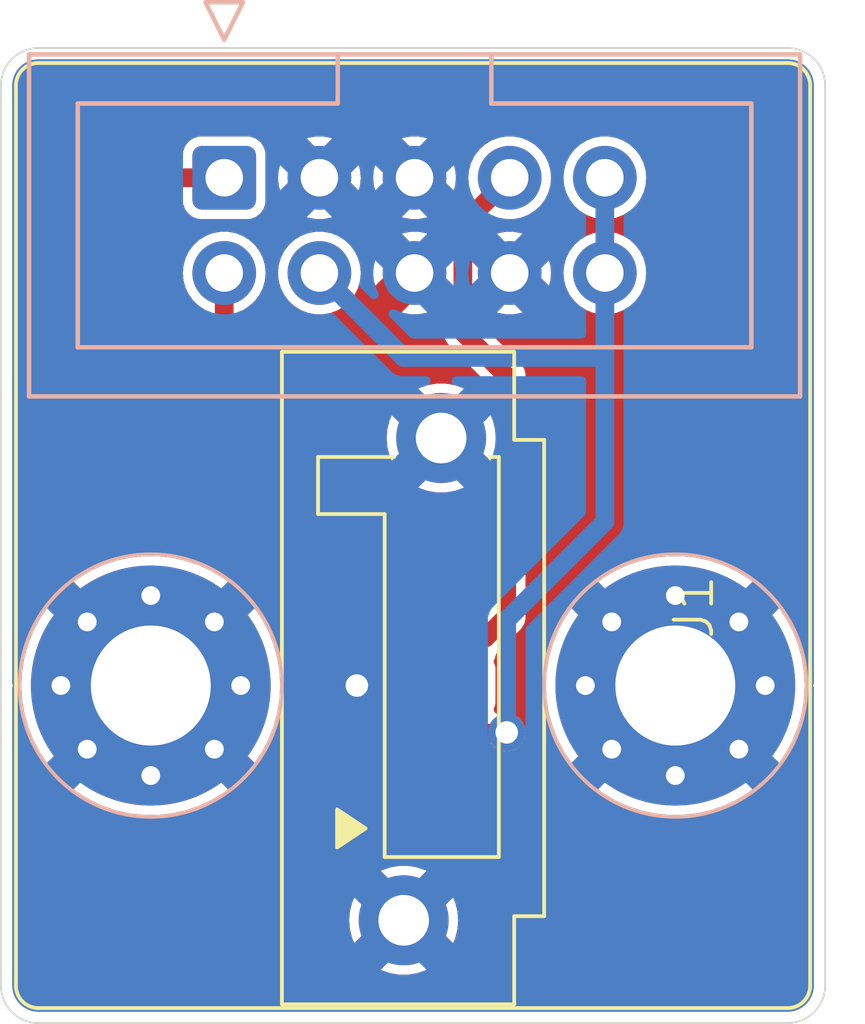
<source format=kicad_pcb>
(kicad_pcb (version 20240108) (generator "pcbnew") (generator_version "8.0")
  (layers (0 "F.Cu" signal) (31 "B.Cu" signal) (34 "B.Paste" user) (35 "F.Paste" user) (36 "B.SilkS" user "B.Silkscreen") (37 "F.SilkS" user "F.Silkscreen") (38 "B.Mask" user) (39 "F.Mask" user) (44 "Edge.Cuts" user))
  (net 0 "")
  (net 1 "GND")
  (net 2 "/CAN_L")
  (net 3 "+12V")
  (net 4 "/CAN_H")
  (net 5 "+5V")
  (footprint "MountingHole:MountingHole_3.2mm_M3_Pad_Via" (layer "F.Cu") (at 124.5 111)
    (property "Reference" "H2" (hide yes))
    (property "Value" "M3")
    (pad "1" thru_hole circle (at -2.4 0) (size 0.8 0.8) (drill 0.5) (layers "*.Cu" "*.Mask") (net 1 "GND"))
    (pad "1" thru_hole circle (at -1.697056 -1.697056) (size 0.8 0.8) (drill 0.5) (layers "*.Cu" "*.Mask") (net 1 "GND"))
    (pad "1" thru_hole circle (at -1.697056 1.697056) (size 0.8 0.8) (drill 0.5) (layers "*.Cu" "*.Mask") (net 1 "GND"))
    (pad "1" thru_hole circle (at 0 -2.4) (size 0.8 0.8) (drill 0.5) (layers "*.Cu" "*.Mask") (net 1 "GND"))
    (pad "1" thru_hole circle (at 0 0) (size 6.4 6.4) (drill 3.2) (layers "*.Cu" "*.Mask") (net 1 "GND"))
    (pad "1" thru_hole circle (at 0 2.4) (size 0.8 0.8) (drill 0.5) (layers "*.Cu" "*.Mask") (net 1 "GND"))
    (pad "1" thru_hole circle (at 1.697056 -1.697056) (size 0.8 0.8) (drill 0.5) (layers "*.Cu" "*.Mask") (net 1 "GND"))
    (pad "1" thru_hole circle (at 1.697056 1.697056) (size 0.8 0.8) (drill 0.5) (layers "*.Cu" "*.Mask") (net 1 "GND"))
    (pad "1" thru_hole circle (at 2.4 0) (size 0.8 0.8) (drill 0.5) (layers "*.Cu" "*.Mask") (net 1 "GND"))
  )
  (footprint "MountingHole:MountingHole_3.2mm_M3_Pad_Via" (layer "F.Cu") (at 138.5 111)
    (property "Reference" "H1" (hide yes))
    (property "Value" "M3")
    (pad "1" thru_hole circle (at -2.4 0) (size 0.8 0.8) (drill 0.5) (layers "*.Cu" "*.Mask") (net 1 "GND"))
    (pad "1" thru_hole circle (at -1.697056 -1.697056) (size 0.8 0.8) (drill 0.5) (layers "*.Cu" "*.Mask") (net 1 "GND"))
    (pad "1" thru_hole circle (at -1.697056 1.697056) (size 0.8 0.8) (drill 0.5) (layers "*.Cu" "*.Mask") (net 1 "GND"))
    (pad "1" thru_hole circle (at 0 -2.4) (size 0.8 0.8) (drill 0.5) (layers "*.Cu" "*.Mask") (net 1 "GND"))
    (pad "1" thru_hole circle (at 0 0) (size 6.4 6.4) (drill 3.2) (layers "*.Cu" "*.Mask") (net 1 "GND"))
    (pad "1" thru_hole circle (at 0 2.4) (size 0.8 0.8) (drill 0.5) (layers "*.Cu" "*.Mask") (net 1 "GND"))
    (pad "1" thru_hole circle (at 1.697056 -1.697056) (size 0.8 0.8) (drill 0.5) (layers "*.Cu" "*.Mask") (net 1 "GND"))
    (pad "1" thru_hole circle (at 1.697056 1.697056) (size 0.8 0.8) (drill 0.5) (layers "*.Cu" "*.Mask") (net 1 "GND"))
    (pad "1" thru_hole circle (at 2.4 0) (size 0.8 0.8) (drill 0.5) (layers "*.Cu" "*.Mask") (net 1 "GND"))
  )
  (footprint "TCY_connectors:Molex_SATA_67800-5002_Vertical_SMD" (layer "F.Cu") (at 131.5 111 90)
    (property "Reference" "J1" (at 2.09 7.5 90) (layer "F.SilkS") (effects (font (thickness 0.1))))
    (property "Value" "Conn_01x07_MountingPin")
    (fp_line (start 8.9 -3.5) (end 8.9 2.7) (stroke (width 0.1)) (layer "F.SilkS"))
    (fp_line (start -8.5 -3.5) (end 8.9 -3.5) (stroke (width 0.1)) (layer "F.SilkS"))
    (fp_line (start 6.096 -2.536) (end 4.572 -2.536) (stroke (width 0.1)) (layer "F.SilkS"))
    (fp_line (start 4.572 -2.536) (end 4.572 -0.758) (stroke (width 0.1)) (layer "F.SilkS"))
    (fp_line (start 4.572 -0.758) (end -4.572 -0.758) (stroke (width 0.1)) (layer "F.SilkS"))
    (fp_line (start -4.572 -0.758) (end -4.572 2.29) (stroke (width 0.1)) (layer "F.SilkS"))
    (fp_line (start 6.096 -0.504) (end 6.096 -2.536) (stroke (width 0.1)) (layer "F.SilkS"))
    (fp_line (start 6.096 2.036) (end 6.096 2.29) (stroke (width 0.1)) (layer "F.SilkS"))
    (fp_line (start -4.572 2.29) (end 6.096 2.29) (stroke (width 0.1)) (layer "F.SilkS"))
    (fp_line (start 8.9 2.7) (end 6.55 2.7) (stroke (width 0.1)) (layer "F.SilkS"))
    (fp_line (start 6.55 2.7) (end 6.55 3.5) (stroke (width 0.1)) (layer "F.SilkS"))
    (fp_line (start -6.15 2.7) (end -6.15 3.5) (stroke (width 0.1)) (layer "F.SilkS"))
    (fp_line (start -8.5 2.7) (end -8.5 -3.5) (stroke (width 0.1)) (layer "F.SilkS"))
    (fp_line (start -8.5 2.7) (end -6.15 2.7) (stroke (width 0.1)) (layer "F.SilkS"))
    (fp_line (start 6.55 3.5) (end -6.15 3.5) (stroke (width 0.1)) (layer "F.SilkS"))
    (fp_poly (pts (xy -3.81 -1.266) (xy -3.302 -2.028) (xy -4.318 -2.028)) (stroke (width 0.1)) (fill solid) (layer "F.SilkS"))
    (pad "1" smd rect (at -3.81 0.75 90) (size 0.9 2.4) (layers "F.Cu" "F.Paste" "F.Mask") (net 1 "GND"))
    (pad "2" smd rect (at -2.54 0.75 90) (size 0.9 2.4) (layers "F.Cu" "F.Paste" "F.Mask") (net 5 "+5V"))
    (pad "3" smd rect (at -1.27 0.75 90) (size 0.9 2.4) (layers "F.Cu" "F.Paste" "F.Mask") (net 3 "+12V"))
    (pad "4" smd rect (at 0 0.75 90) (size 0.9 2.4) (layers "F.Cu" "F.Paste" "F.Mask") (net 1 "GND"))
    (pad "5" smd rect (at 1.27 0.75 90) (size 0.9 2.4) (layers "F.Cu" "F.Paste" "F.Mask") (net 4 "/CAN_H"))
    (pad "6" smd rect (at 2.54 0.75 90) (size 0.9 2.4) (layers "F.Cu" "F.Paste" "F.Mask") (net 2 "/CAN_L"))
    (pad "7" smd rect (at 3.81 0.75 90) (size 0.9 2.4) (layers "F.Cu" "F.Paste" "F.Mask") (net 1 "GND"))
    (pad "MP" thru_hole circle (at -6.26 -0.25 90) (size 2.4 2.4) (drill 1.35) (layers "*.Cu" "*.Mask") (net 1 "GND"))
    (pad "MP" thru_hole circle (at 6.6 0.75 90) (size 2.4 2.4) (drill 1.35) (layers "*.Cu" "*.Mask") (net 1 "GND"))
  )
  (footprint "Connector_IDC:IDC-Header_2x05_P2.54mm_Vertical" (layer "B.Cu") (at 126.46 97.46 -90)
    (property "Reference" "J2" (hide yes))
    (property "Value" "2.54-2*5P")
    (fp_line (start -3.29 5.21) (end -3.29 -15.37) (stroke (width 0.12)) (layer "B.SilkS"))
    (fp_line (start 5.83 5.21) (end -3.29 5.21) (stroke (width 0.12)) (layer "B.SilkS"))
    (fp_line (start -1.98 3.91) (end -1.98 -3.03) (stroke (width 0.12)) (layer "B.SilkS"))
    (fp_line (start 4.52 3.91) (end -1.98 3.91) (stroke (width 0.12)) (layer "B.SilkS"))
    (fp_line (start -4.68 0.5) (end -3.68 0) (stroke (width 0.12)) (layer "B.SilkS"))
    (fp_line (start -3.68 0) (end -4.68 -0.5) (stroke (width 0.12)) (layer "B.SilkS"))
    (fp_line (start -4.68 -0.5) (end -4.68 0.5) (stroke (width 0.12)) (layer "B.SilkS"))
    (fp_line (start -1.98 -3.03) (end -3.29 -3.03) (stroke (width 0.12)) (layer "B.SilkS"))
    (fp_line (start -3.29 -7.13) (end -1.98 -7.13) (stroke (width 0.12)) (layer "B.SilkS"))
    (fp_line (start -1.98 -7.13) (end -1.98 -7.13) (stroke (width 0.12)) (layer "B.SilkS"))
    (fp_line (start -1.98 -7.13) (end -1.98 -14.07) (stroke (width 0.12)) (layer "B.SilkS"))
    (fp_line (start -1.98 -14.07) (end 4.52 -14.07) (stroke (width 0.12)) (layer "B.SilkS"))
    (fp_line (start 4.52 -14.07) (end 4.52 3.91) (stroke (width 0.12)) (layer "B.SilkS"))
    (fp_line (start -3.29 -15.37) (end 5.83 -15.37) (stroke (width 0.12)) (layer "B.SilkS"))
    (fp_line (start 5.83 -15.37) (end 5.83 5.21) (stroke (width 0.12)) (layer "B.SilkS"))
    (pad "1" thru_hole roundrect (at 0 0 270) (size 1.7 1.7) (drill 1) (layers "*.Cu" "*.Mask") (roundrect_rratio 0.147059) (net 5 "+5V"))
    (pad "2" thru_hole circle (at 2.54 0 270) (size 1.7 1.7) (drill 1) (layers "*.Cu" "*.Mask") (net 2 "/CAN_L"))
    (pad "3" thru_hole circle (at 0 -2.54 270) (size 1.7 1.7) (drill 1) (layers "*.Cu" "*.Mask") (net 1 "GND"))
    (pad "4" thru_hole circle (at 2.54 -2.54 270) (size 1.7 1.7) (drill 1) (layers "*.Cu" "*.Mask") (net 3 "+12V"))
    (pad "5" thru_hole circle (at 0 -5.08 270) (size 1.7 1.7) (drill 1) (layers "*.Cu" "*.Mask") (net 1 "GND"))
    (pad "6" thru_hole circle (at 2.54 -5.08 270) (size 1.7 1.7) (drill 1) (layers "*.Cu" "*.Mask") (net 1 "GND"))
    (pad "7" thru_hole circle (at 0 -7.62 270) (size 1.7 1.7) (drill 1) (layers "*.Cu" "*.Mask") (net 4 "/CAN_H"))
    (pad "8" thru_hole circle (at 2.54 -7.62 270) (size 1.7 1.7) (drill 1) (layers "*.Cu" "*.Mask") (net 1 "GND"))
    (pad "9" thru_hole circle (at 0 -10.16 270) (size 1.7 1.7) (drill 1) (layers "*.Cu" "*.Mask") (net 3 "+12V"))
    (pad "10" thru_hole circle (at 2.54 -10.16 270) (size 1.7 1.7) (drill 1) (layers "*.Cu" "*.Mask") (net 3 "+12V"))
  )
  (gr_circle (center 138.5 111) (end 142 111) (stroke (width 0.1)) (fill none) (layer "B.SilkS"))
  (gr_circle (center 124.5 111) (end 128 111) (stroke (width 0.1)) (fill none) (layer "B.SilkS"))
  (gr_line (start 121.5 94.4) (end 141.5 94.4) (stroke (width 0.1)) (layer "F.SilkS"))
  (gr_line (start 141.5 119.6) (end 121.5 119.6) (stroke (width 0.1)) (layer "F.SilkS"))
  (gr_arc (start 142.1 119) (mid 141.924264 119.424264) (end 141.5 119.6) (stroke (width 0.1)) (layer "F.SilkS"))
  (gr_arc (start 141.5 94.4) (mid 141.924264 94.575736) (end 142.1 95) (stroke (width 0.1)) (layer "F.SilkS"))
  (gr_line (start 142.1 95) (end 142.1 119) (stroke (width 0.1)) (layer "F.SilkS"))
  (gr_line (start 120.9 119) (end 120.9 95) (stroke (width 0.1)) (layer "F.SilkS"))
  (gr_arc (start 120.9 95) (mid 121.075736 94.575736) (end 121.5 94.4) (stroke (width 0.1)) (layer "F.SilkS"))
  (gr_arc (start 121.5 119.6) (mid 121.075736 119.424264) (end 120.9 119) (stroke (width 0.1)) (layer "F.SilkS"))
  (gr_line (start 121.5 94) (end 141.5 94) (stroke (width 0.05)) (layer "Edge.Cuts"))
  (gr_arc (start 142.5 119) (mid 142.207107 119.707107) (end 141.5 120) (stroke (width 0.05)) (layer "Edge.Cuts"))
  (gr_arc (start 141.5 94) (mid 142.207107 94.292893) (end 142.5 95) (stroke (width 0.05)) (layer "Edge.Cuts"))
  (gr_arc (start 120.5 95) (mid 120.792893 94.292893) (end 121.5 94) (stroke (width 0.05)) (layer "Edge.Cuts"))
  (gr_line (start 142.5 95) (end 142.5 119) (stroke (width 0.05)) (layer "Edge.Cuts"))
  (gr_line (start 120.5 119) (end 120.5 95) (stroke (width 0.05)) (layer "Edge.Cuts"))
  (gr_line (start 141.5 120) (end 121.5 120) (stroke (width 0.05)) (layer "Edge.Cuts"))
  (gr_arc (start 121.5 120) (mid 120.792893 119.707107) (end 120.5 119) (stroke (width 0.05)) (layer "Edge.Cuts"))
  (segment (start 132.25 111) (end 130 111) (width 0.5) (layer "F.Cu") (net 1))
  (via (at 130 111) (size 1) (drill 0.6) (layers "F.Cu" "B.Cu") (net 1))
  (segment (start 126.46 104.37) (end 130.55 108.46) (width 0.5) (layer "F.Cu") (net 2))
  (segment (start 126.46 100) (end 126.46 104.37) (width 0.5) (layer "F.Cu") (net 2))
  (segment (start 130.55 108.46) (end 132.25 108.46) (width 0.5) (layer "F.Cu") (net 2))
  (segment (start 132.25 112.27) (end 133.98 112.27) (width 0.5) (layer "F.Cu") (net 3))
  (segment (start 133.98 112.27) (end 134 112.25) (width 0.5) (layer "F.Cu") (net 3))
  (via (at 134 112.25) (size 1) (drill 0.6) (layers "F.Cu" "B.Cu") (net 3))
  (segment (start 136.62 97.46) (end 136.62 100) (width 0.5) (layer "B.Cu") (net 3))
  (segment (start 136.62 100) (end 136.62 106.63) (width 0.5) (layer "B.Cu") (net 3))
  (segment (start 136.62 106.63) (end 134 109.25) (width 0.5) (layer "B.Cu") (net 3))
  (segment (start 131.25 102.25) (end 136.62 102.25) (width 0.5) (layer "B.Cu") (net 3))
  (segment (start 129 100) (end 131.25 102.25) (width 0.5) (layer "B.Cu") (net 3))
  (segment (start 136.62 101.13) (end 136.62 100) (width 0.5) (layer "B.Cu") (net 3))
  (segment (start 134 112.25) (end 134 109.25) (width 0.5) (layer "B.Cu") (net 3))
  (segment (start 132.83 101.58) (end 134 102.75) (width 0.5) (layer "F.Cu") (net 4))
  (segment (start 132.83 98.71) (end 132.83 101.58) (width 0.5) (layer "F.Cu") (net 4))
  (segment (start 134 109.16) (end 133.43 109.73) (width 0.5) (layer "F.Cu") (net 4))
  (segment (start 134 102.75) (end 134 109.16) (width 0.5) (layer "F.Cu") (net 4))
  (segment (start 134.08 97.46) (end 132.83 98.71) (width 0.5) (layer "F.Cu") (net 4))
  (segment (start 133.43 109.73) (end 132.25 109.73) (width 0.5) (layer "F.Cu") (net 4))
  (segment (start 129 111.99) (end 130.55 113.54) (width 0.5) (layer "F.Cu") (net 5))
  (segment (start 124.5 98) (end 124.5 104.5) (width 0.5) (layer "F.Cu") (net 5))
  (segment (start 124.5 104.5) (end 129 109) (width 0.5) (layer "F.Cu") (net 5))
  (segment (start 129 109) (end 129 111.99) (width 0.5) (layer "F.Cu") (net 5))
  (segment (start 130.55 113.54) (end 132.25 113.54) (width 0.5) (layer "F.Cu") (net 5))
  (segment (start 125.04 97.46) (end 124.5 98) (width 0.5) (layer "F.Cu") (net 5))
  (segment (start 126.46 97.46) (end 125.04 97.46) (width 0.5) (layer "F.Cu") (net 5))
  (zone (net 1) (net_name "GND") (layers "F&B.Cu") (connect_pads (clearance 0.25)) (min_thickness 0.25) (fill yes (thermal_gap 0.25) (thermal_bridge_width 1) (island_removal_mode 1) (island_area_min 10))
    (polygon (pts (xy 120.5 94) (xy 142.5 94) (xy 142.5 120) (xy 120.5 120)))
  )
)
</source>
